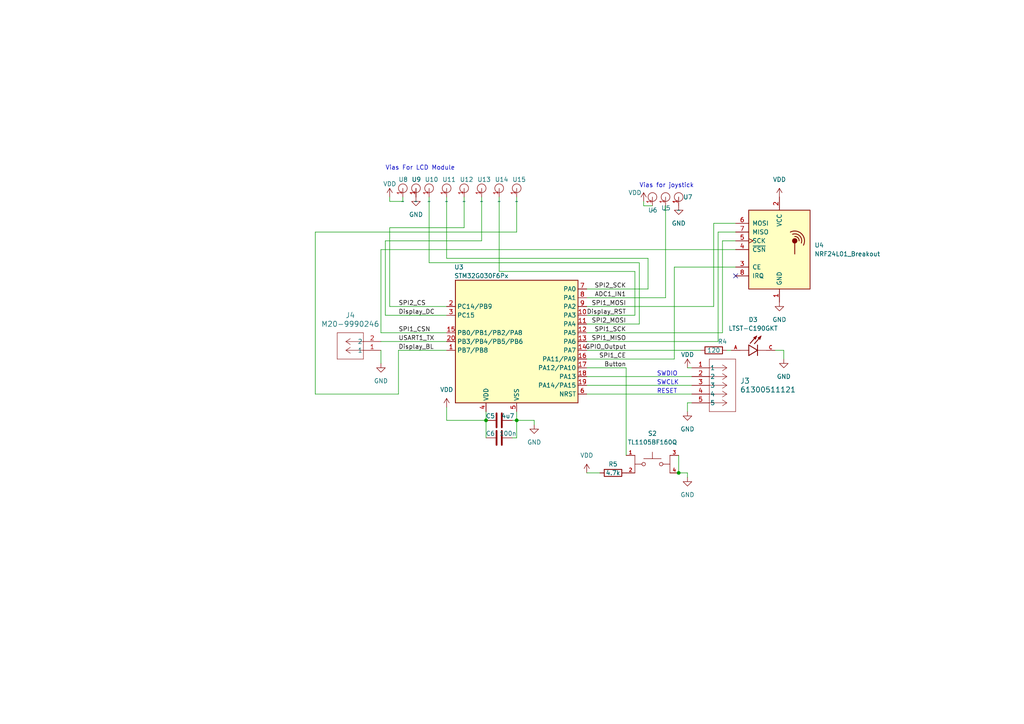
<source format=kicad_sch>
(kicad_sch (version 20230121) (generator eeschema)
  (paper "A4")
  (lib_symbols
    (symbol "61300511121:61300511121" (pin_names (offset 0.254))
      (property "Reference" "J" (at 8.89 6.35 0))
      (property "Value" "61300511121" (at 0 0 0))
      (symbol "61300511121_0_1"
        (polyline (pts (xy 5.08 -12.7) (xy 12.7 -12.7)) (stroke (width 0.127)))
        (polyline (pts (xy 5.08 2.54) (xy 5.08 -12.7)) (stroke (width 0.127)))
        (polyline (pts (xy 10.16 -10.16) (xy 5.08 -10.16)) (stroke (width 0.127)))
        (polyline (pts (xy 10.16 -10.16) (xy 8.89 -11.0067)) (stroke (width 0.127)))
        (polyline (pts (xy 10.16 -10.16) (xy 8.89 -9.3133)) (stroke (width 0.127)))
        (polyline (pts (xy 10.16 -7.62) (xy 5.08 -7.62)) (stroke (width 0.127)))
        (polyline (pts (xy 10.16 -7.62) (xy 8.89 -8.4667)) (stroke (width 0.127)))
        (polyline (pts (xy 10.16 -7.62) (xy 8.89 -6.7733)) (stroke (width 0.127)))
        (polyline (pts (xy 10.16 -5.08) (xy 5.08 -5.08)) (stroke (width 0.127)))
        (polyline (pts (xy 10.16 -5.08) (xy 8.89 -5.9267)) (stroke (width 0.127)))
        (polyline (pts (xy 10.16 -5.08) (xy 8.89 -4.2333)) (stroke (width 0.127)))
        (polyline (pts (xy 10.16 -2.54) (xy 5.08 -2.54)) (stroke (width 0.127)))
        (polyline (pts (xy 10.16 -2.54) (xy 8.89 -3.3867)) (stroke (width 0.127)))
        (polyline (pts (xy 10.16 -2.54) (xy 8.89 -1.6933)) (stroke (width 0.127)))
        (polyline (pts (xy 10.16 0) (xy 5.08 0)) (stroke (width 0.127)))
        (polyline (pts (xy 10.16 0) (xy 8.89 -0.8467)) (stroke (width 0.127)))
        (polyline (pts (xy 10.16 0) (xy 8.89 0.8467)) (stroke (width 0.127)))
        (polyline (pts (xy 12.7 -12.7) (xy 12.7 2.54)) (stroke (width 0.127)))
        (polyline (pts (xy 12.7 2.54) (xy 5.08 2.54)) (stroke (width 0.127)))
        (pin unspecified line (at 0 0 0) (length 5.08) (name "1") (number "1"))
        (pin unspecified line (at 0 -2.54 0) (length 5.08) (name "2") (number "2"))
        (pin unspecified line (at 0 -5.08 0) (length 5.08) (name "3") (number "3"))
        (pin unspecified line (at 0 -7.62 0) (length 5.08) (name "4") (number "4"))
        (pin unspecified line (at 0 -10.16 0) (length 5.08) (name "5") (number "5"))
      )
    )
    (symbol "Device:C" (pin_numbers hide) (pin_names (offset 0.254))
      (property "Reference" "C" (at 0.635 2.54 0))
      (property "Value" "C" (at 0.635 -2.54 0))
      (symbol "C_0_1"
        (polyline (pts (xy -2.032 -0.762) (xy 2.032 -0.762)) (stroke (width 0.508)))
        (polyline (pts (xy -2.032 0.762) (xy 2.032 0.762)) (stroke (width 0.508)))
      )
      (symbol "C_1_1"
        (pin passive line (at 0 3.81 270) (length 2.794) (name "~") (number "1"))
        (pin passive line (at 0 -3.81 90) (length 2.794) (name "~") (number "2"))
      )
    )
    (symbol "Device:R" (pin_numbers hide) (pin_names (offset 0))
      (property "Reference" "R" (at 2.032 0 90))
      (property "Value" "R" (at 0 0 90))
      (symbol "R_0_1"
        (rectangle (start -1.016 -2.54) (end 1.016 2.54) (stroke (width 0.254)))
      )
      (symbol "R_1_1"
        (pin passive line (at 0 3.81 270) (length 1.27) (name "~") (number "1"))
        (pin passive line (at 0 -3.81 90) (length 1.27) (name "~") (number "2"))
      )
    )
    (symbol "LTST-C190GKT:LTST-C190GKT" (pin_names (offset 1.016))
      (property "Reference" "D" (at -5.08 5.08 0))
      (property "Value" "LTST-C190GKT" (at -5.08 -5.08 0))
      (symbol "LTST-C190GKT_0_0"
        (polyline (pts (xy -2.54 -1.524) (xy 0 0)) (stroke (width 0.254)))
        (polyline (pts (xy -2.54 0) (xy -5.08 0)) (stroke (width 0.1524)))
        (polyline (pts (xy -2.54 0) (xy -2.54 -1.524)) (stroke (width 0.254)))
        (polyline (pts (xy -2.54 1.524) (xy -2.54 0)) (stroke (width 0.254)))
        (polyline (pts (xy -0.3556 4.0386) (xy -2.1336 2.0066)) (stroke (width 0.254)))
        (polyline (pts (xy 0 0) (xy -2.54 1.524)) (stroke (width 0.254)))
        (polyline (pts (xy 0 0) (xy 0 -1.524)) (stroke (width 0.254)))
        (polyline (pts (xy 0 1.524) (xy 0 0)) (stroke (width 0.254)))
        (polyline (pts (xy 0.889 3.937) (xy -0.889 1.905)) (stroke (width 0.254)))
        (polyline (pts (xy 2.54 0) (xy 0 0)) (stroke (width 0.1524)))
        (polyline (pts (xy -1.143 3.683) (xy -0.5715 3.175) (xy -0.1905 4.191) (xy -1.143 3.683)) (stroke (width 0.1524)) (fill (type outline)))
        (polyline (pts (xy 0.127 3.6195) (xy 0.6985 3.1115) (xy 1.0795 4.191) (xy 0.127 3.6195)) (stroke (width 0.1524)) (fill (type outline)))
        (pin passive line (at -7.62 0 0) (length 2.54) (name "~") (number "A"))
        (pin passive line (at 5.08 0 180) (length 2.54) (name "~") (number "C"))
      )
    )
    (symbol "M20-9990246:M20-9990246" (pin_names (offset 0.254))
      (property "Reference" "J" (at 8.89 6.35 0))
      (property "Value" "M20-9990246" (at 0 0 0))
      (symbol "M20-9990246_1_1"
        (polyline (pts (xy 5.08 -5.08) (xy 12.7 -5.08)) (stroke (width 0.127)))
        (polyline (pts (xy 5.08 2.54) (xy 5.08 -5.08)) (stroke (width 0.127)))
        (polyline (pts (xy 10.16 -2.54) (xy 5.08 -2.54)) (stroke (width 0.127)))
        (polyline (pts (xy 10.16 -2.54) (xy 8.89 -3.3867)) (stroke (width 0.127)))
        (polyline (pts (xy 10.16 -2.54) (xy 8.89 -1.6933)) (stroke (width 0.127)))
        (polyline (pts (xy 10.16 0) (xy 5.08 0)) (stroke (width 0.127)))
        (polyline (pts (xy 10.16 0) (xy 8.89 -0.8467)) (stroke (width 0.127)))
        (polyline (pts (xy 10.16 0) (xy 8.89 0.8467)) (stroke (width 0.127)))
        (polyline (pts (xy 12.7 -5.08) (xy 12.7 2.54)) (stroke (width 0.127)))
        (polyline (pts (xy 12.7 2.54) (xy 5.08 2.54)) (stroke (width 0.127)))
        (pin unspecified line (at 0 0 0) (length 5.08) (name "1") (number "1"))
        (pin unspecified line (at 0 -2.54 0) (length 5.08) (name "2") (number "2"))
      )
      (symbol "M20-9990246_1_2"
        (polyline (pts (xy 5.08 -5.08) (xy 12.7 -5.08)) (stroke (width 0.127)))
        (polyline (pts (xy 5.08 2.54) (xy 5.08 -5.08)) (stroke (width 0.127)))
        (polyline (pts (xy 7.62 -2.54) (xy 5.08 -2.54)) (stroke (width 0.127)))
        (polyline (pts (xy 7.62 -2.54) (xy 8.89 -3.3867)) (stroke (width 0.127)))
        (polyline (pts (xy 7.62 -2.54) (xy 8.89 -1.6933)) (stroke (width 0.127)))
        (polyline (pts (xy 7.62 0) (xy 5.08 0)) (stroke (width 0.127)))
        (polyline (pts (xy 7.62 0) (xy 8.89 -0.8467)) (stroke (width 0.127)))
        (polyline (pts (xy 7.62 0) (xy 8.89 0.8467)) (stroke (width 0.127)))
        (polyline (pts (xy 12.7 -5.08) (xy 12.7 2.54)) (stroke (width 0.127)))
        (polyline (pts (xy 12.7 2.54) (xy 5.08 2.54)) (stroke (width 0.127)))
        (pin unspecified line (at 0 0 0) (length 5.08) (name "1") (number "1"))
        (pin unspecified line (at 0 -2.54 0) (length 5.08) (name "2") (number "2"))
      )
    )
    (symbol "MCU_ST_STM32G0:STM32G030F6Px"
      (property "Reference" "U3" (at -18.1259 21.59 0))
      (property "Value" "STM32G030F6Px" (at -18.1259 19.05 0))
      (symbol "STM32G030F6Px_0_1"
        (rectangle (start -17.78 -17.78) (end 17.78 17.78) (stroke (width 0.254)) (fill (type background)))
      )
      (symbol "STM32G030F6Px_1_1"
        (pin bidirectional line (at -20.32 -2.54 0) (length 2.54) (name "PB7/PB8") (number "1"))
        (pin bidirectional line (at 20.32 7.62 180) (length 2.54) (name "PA3") (number "10"))
        (pin bidirectional line (at 20.32 5.08 180) (length 2.54) (name "PA4") (number "11"))
        (pin bidirectional line (at 20.32 2.54 180) (length 2.54) (name "PA5") (number "12"))
        (pin bidirectional line (at 20.32 0 180) (length 2.54) (name "PA6") (number "13"))
        (pin bidirectional line (at 20.32 -2.54 180) (length 2.54) (name "PA7") (number "14"))
        (pin bidirectional line (at -20.32 2.54 0) (length 2.54) (name "PB0/PB1/PB2/PA8") (number "15"))
        (pin bidirectional line (at 20.32 -5.08 180) (length 2.54) (name "PA11/PA9") (number "16"))
        (pin bidirectional line (at 20.32 -7.62 180) (length 2.54) (name "PA12/PA10") (number "17"))
        (pin bidirectional line (at 20.32 -10.16 180) (length 2.54) (name "PA13") (number "18"))
        (pin bidirectional line (at 20.32 -12.7 180) (length 2.54) (name "PA14/PA15") (number "19"))
        (pin bidirectional line (at -20.32 10.16 0) (length 2.54) (name "PC14/PB9") (number "2"))
        (pin bidirectional line (at -20.32 0 0) (length 2.54) (name "PB3/PB4/PB5/PB6") (number "20"))
        (pin bidirectional line (at -20.32 7.62 0) (length 2.54) (name "PC15") (number "3"))
        (pin power_in line (at -8.89 -20.32 90) (length 2.54) (name "VDD") (number "4"))
        (pin power_in line (at 0 -20.32 90) (length 2.54) (name "VSS") (number "5"))
        (pin input line (at 20.32 -15.24 180) (length 2.54) (name "NRST") (number "6"))
        (pin bidirectional line (at 20.32 15.24 180) (length 2.54) (name "PA0") (number "7"))
        (pin bidirectional line (at 20.32 12.7 180) (length 2.54) (name "PA1") (number "8"))
        (pin bidirectional line (at 20.32 10.16 180) (length 2.54) (name "PA2") (number "9"))
      )
    )
    (symbol "RF:NRF24L01_Breakout" (pin_names (offset 1.016))
      (property "Reference" "U" (at -8.89 12.7 0))
      (property "Value" "NRF24L01_Breakout" (at 3.81 12.7 0))
      (symbol "NRF24L01_Breakout_0_1"
        (rectangle (start -8.89 11.43) (end 8.89 -11.43) (stroke (width 0.254)) (fill (type background)))
        (polyline (pts (xy 4.445 1.905) (xy 4.445 -1.27)) (stroke (width 0.254)))
        (circle (center 4.445 2.54) (radius 0.635) (stroke (width 0.254)) (fill (type outline)))
        (arc (start 5.715 2.54) (mid 5.3521 3.4546) (end 4.445 3.81) (stroke (width 0.254)))
        (arc (start 6.35 1.905) (mid 5.8763 3.9854) (end 3.81 4.445) (stroke (width 0.254)))
        (arc (start 6.985 1.27) (mid 6.453 4.548) (end 3.175 5.08) (stroke (width 0.254)))
      )
      (symbol "NRF24L01_Breakout_1_1"
        (pin power_in line (at 0 -15.24 90) (length 3.81) (name "GND") (number "1"))
        (pin power_in line (at 0 15.24 270) (length 3.81) (name "VCC") (number "2"))
        (pin input line (at -12.7 -5.08 0) (length 3.81) (name "CE") (number "3"))
        (pin input line (at -12.7 0 0) (length 3.81) (name "~{CSN}") (number "4"))
        (pin input clock (at -12.7 2.54 0) (length 3.81) (name "SCK") (number "5"))
        (pin input line (at -12.7 7.62 0) (length 3.81) (name "MOSI") (number "6"))
        (pin output line (at -12.7 5.08 0) (length 3.81) (name "MISO") (number "7"))
        (pin output line (at -12.7 -7.62 0) (length 3.81) (name "IRQ") (number "8"))
      )
    )
    (symbol "TL1105BF160Q:TL1105BF160Q" (pin_names (offset 1.016))
      (property "Reference" "S" (at -5.08 5.08 0))
      (property "Value" "TL1105BF160Q" (at -5.08 -5.08 0))
      (symbol "TL1105BF160Q_0_0"
        (circle (center -2.54 0) (radius 0.508) (stroke (width 0.1524)))
        (polyline (pts (xy -5.08 0) (xy -3.048 0)) (stroke (width 0.1524)))
        (polyline (pts (xy -5.08 2.54) (xy -5.08 -2.54)) (stroke (width 0.1524)))
        (polyline (pts (xy -2.54 1.5875) (xy 0 1.5875)) (stroke (width 0.1524)))
        (polyline (pts (xy 0 1.5875) (xy 0 3.4925)) (stroke (width 0.1524)))
        (polyline (pts (xy 0 1.5875) (xy 2.54 1.5875)) (stroke (width 0.1524)))
        (polyline (pts (xy 5.08 0) (xy 3.048 0)) (stroke (width 0.1524)))
        (polyline (pts (xy 5.08 2.54) (xy 5.08 -2.54)) (stroke (width 0.1524)))
        (circle (center 2.54 0) (radius 0.508) (stroke (width 0.1524)))
        (pin passive line (at -7.62 2.54 0) (length 2.54) (name "~") (number "1"))
        (pin passive line (at -7.62 -2.54 0) (length 2.54) (name "~") (number "2"))
        (pin passive line (at 7.62 2.54 180) (length 2.54) (name "~") (number "3"))
        (pin passive line (at 7.62 -2.54 180) (length 2.54) (name "~") (number "4"))
      )
    )
    (symbol "Via:Small_Via"
      (property "Reference" "U" (at 0 0 0))
      (symbol "Small_Via_0_1"
        (circle (center 0 3.81) (radius 1.27))
      )
      (symbol "Small_Via_1_1"
        (pin bidirectional line (at 0 1.27 90) (length 2.54) (name "") (number "1"))
      )
    )
    (symbol "power:GND" (power) (pin_names (offset 0))
      (property "Value" "GND" (at 0 -3.81 0))
      (symbol "GND_0_1"
        (polyline (pts (xy 0 0) (xy 0 -1.27) (xy 1.27 -1.27) (xy 0 -2.54) (xy -1.27 -1.27) (xy 0 -1.27)))
      )
      (symbol "GND_1_1"
        (pin power_in line (at 0 0 270) (length 0) hide (name "GND") (number "1"))
      )
    )
    (symbol "power:VDD" (power) (pin_names (offset 0))
      (property "Value" "VDD" (at 0 3.81 0))
      (symbol "VDD_0_1"
        (polyline (pts (xy -0.762 1.27) (xy 0 2.54)))
        (polyline (pts (xy 0 0) (xy 0 2.54)))
        (polyline (pts (xy 0 2.54) (xy 0.762 1.27)))
      )
      (symbol "VDD_1_1"
        (pin power_in line (at 0 0 90) (length 0) hide (name "VDD") (number "1"))
      )
    )
  )
  (junction (at 149.86 121.92))
  (junction (at 196.85 137.16))
  (junction (at 140.97 121.92))
  (no_connect (at 213.36 80.01))
  (wire (pts (xy 170.18 104.14) (xy 195.58 104.14)))
  (wire (pts (xy 110.49 101.6) (xy 110.49 105.41)))
  (wire (pts (xy 196.85 132.08) (xy 196.85 137.16)))
  (wire (pts (xy 134.62 66.04) (xy 113.03 66.04)))
  (wire (pts (xy 207.01 64.77) (xy 207.01 88.9)))
  (wire (pts (xy 149.86 57.15) (xy 149.86 67.31)))
  (wire (pts (xy 186.69 59.69) (xy 189.23 59.69)))
  (wire (pts (xy 113.03 88.9) (xy 129.54 88.9)))
  (wire (pts (xy 209.55 69.85) (xy 209.55 96.52)))
  (wire (pts (xy 116.84 58.42) (xy 116.84 57.15)))
  (wire (pts (xy 170.18 96.52) (xy 209.55 96.52)))
  (wire (pts (xy 110.49 99.06) (xy 129.54 99.06)))
  (wire (pts (xy 213.36 77.47) (xy 195.58 77.47)))
  (wire (pts (xy 170.18 101.6) (xy 203.2 101.6)))
  (wire (pts (xy 154.94 123.19) (xy 154.94 121.92)))
  (wire (pts (xy 110.49 72.39) (xy 110.49 96.52)))
  (wire (pts (xy 170.18 106.68) (xy 181.61 106.68)))
  (wire (pts (xy 213.36 72.39) (xy 110.49 72.39)))
  (wire (pts (xy 140.97 121.92) (xy 140.97 127)))
  (wire (pts (xy 149.86 127) (xy 148.59 127)))
  (wire (pts (xy 195.58 77.47) (xy 195.58 104.14)))
  (wire (pts (xy 149.86 67.31) (xy 91.44 67.31)))
  (wire (pts (xy 170.18 93.98) (xy 185.42 93.98)))
  (wire (pts (xy 186.69 59.69) (xy 186.69 58.42)))
  (wire (pts (xy 91.44 67.31) (xy 91.44 114.3)))
  (wire (pts (xy 213.36 69.85) (xy 209.55 69.85)))
  (wire (pts (xy 111.76 91.44) (xy 129.54 91.44)))
  (wire (pts (xy 111.76 69.85) (xy 111.76 91.44)))
  (wire (pts (xy 170.18 88.9) (xy 207.01 88.9)))
  (wire (pts (xy 213.36 64.77) (xy 207.01 64.77)))
  (wire (pts (xy 129.54 74.93) (xy 187.96 74.93)))
  (wire (pts (xy 200.66 116.84) (xy 199.39 116.84)))
  (wire (pts (xy 154.94 121.92) (xy 149.86 121.92)))
  (wire (pts (xy 140.97 121.92) (xy 129.54 121.92)))
  (wire (pts (xy 185.42 76.2) (xy 185.42 93.98)))
  (wire (pts (xy 196.85 137.16) (xy 199.39 137.16)))
  (wire (pts (xy 210.82 101.6) (xy 212.09 101.6)))
  (wire (pts (xy 170.18 137.16) (xy 173.99 137.16)))
  (wire (pts (xy 170.18 99.06) (xy 208.28 99.06)))
  (wire (pts (xy 184.15 78.74) (xy 184.15 91.44)))
  (wire (pts (xy 91.44 114.3) (xy 115.57 114.3)))
  (wire (pts (xy 134.62 57.15) (xy 134.62 66.04)))
  (wire (pts (xy 140.97 119.38) (xy 140.97 121.92)))
  (wire (pts (xy 113.03 58.42) (xy 116.84 58.42)))
  (wire (pts (xy 224.79 101.6) (xy 227.33 101.6)))
  (wire (pts (xy 170.18 111.76) (xy 200.66 111.76)))
  (wire (pts (xy 144.78 78.74) (xy 184.15 78.74)))
  (wire (pts (xy 208.28 67.31) (xy 208.28 99.06)))
  (wire (pts (xy 181.61 106.68) (xy 181.61 132.08)))
  (wire (pts (xy 170.18 86.36) (xy 193.04 86.36)))
  (wire (pts (xy 124.46 76.2) (xy 185.42 76.2)))
  (wire (pts (xy 110.49 96.52) (xy 129.54 96.52)))
  (wire (pts (xy 170.18 114.3) (xy 200.66 114.3)))
  (wire (pts (xy 149.86 121.92) (xy 148.59 121.92)))
  (wire (pts (xy 139.7 69.85) (xy 111.76 69.85)))
  (wire (pts (xy 139.7 57.15) (xy 139.7 69.85)))
  (wire (pts (xy 170.18 83.82) (xy 187.96 83.82)))
  (wire (pts (xy 129.54 118.11) (xy 129.54 121.92)))
  (wire (pts (xy 149.86 121.92) (xy 149.86 127)))
  (wire (pts (xy 113.03 57.15) (xy 113.03 58.42)))
  (wire (pts (xy 149.86 119.38) (xy 149.86 121.92)))
  (wire (pts (xy 199.39 106.68) (xy 200.66 106.68)))
  (wire (pts (xy 170.18 109.22) (xy 200.66 109.22)))
  (wire (pts (xy 227.33 101.6) (xy 227.33 104.14)))
  (wire (pts (xy 115.57 101.6) (xy 129.54 101.6)))
  (wire (pts (xy 129.54 57.15) (xy 129.54 74.93)))
  (wire (pts (xy 113.03 66.04) (xy 113.03 88.9)))
  (wire (pts (xy 187.96 74.93) (xy 187.96 83.82)))
  (wire (pts (xy 115.57 114.3) (xy 115.57 101.6)))
  (wire (pts (xy 124.46 57.15) (xy 124.46 76.2)))
  (wire (pts (xy 170.18 91.44) (xy 184.15 91.44)))
  (wire (pts (xy 199.39 137.16) (xy 199.39 138.43)))
  (wire (pts (xy 199.39 116.84) (xy 199.39 119.38)))
  (wire (pts (xy 144.78 57.15) (xy 144.78 78.74)))
  (wire (pts (xy 193.04 59.69) (xy 193.04 86.36)))
  (wire (pts (xy 213.36 67.31) (xy 208.28 67.31)))
  (text "RESET" (at 190.5 114.3 0) (effects (font (size 1.27 1.27)) (justify left bottom)))
  (text "SWDIO" (at 190.5 109.22 0) (effects (font (size 1.27 1.27)) (justify left bottom)))
  (text "Vias for joystick" (at 185.42 54.61 0) (effects (font (size 1.27 1.27)) (justify left bottom)))
  (text "SWCLK" (at 190.5 111.76 0) (effects (font (size 1.27 1.27)) (justify left bottom)))
  (text "Vias For LCD Module" (at 111.76 49.53 0) (effects (font (size 1.27 1.27)) (justify left bottom)))
  (label "GPIO_Output" (at 181.61 101.6 180))
  (label "SPI1_CE" (at 181.61 104.14 180))
  (label "Display_BL" (at 115.57 101.6 0))
  (label "SPI1_SCK" (at 181.61 96.52 180))
  (label "SPI1_CSN" (at 115.57 96.52 0))
  (label "SPI2_MOSI" (at 181.61 93.98 180))
  (label "Display_DC" (at 115.57 91.44 0))
  (label "SPI2_CS" (at 115.57 88.9 0))
  (label "ADC1_IN1" (at 181.61 86.36 180))
  (label "Display_RST" (at 181.61 91.44 180))
  (label "SPI1_MOSI" (at 181.61 88.9 180))
  (label "SPI1_MISO" (at 181.61 99.06 180))
  (label "Button" (at 181.61 106.68 180))
  (label "USART1_TX" (at 115.57 99.06 0))
  (label "SPI2_SCK" (at 181.61 83.82 180))
  (symbol (lib_id "Via:Small_Via") (at 124.46 58.42 0) (unit 1)
    (property "Reference" "U10" (at 123.19 52.07 0) (effects (justify left)))
    (property "Value" "~" (at 124.46 58.42 0))
    (property "Footprint" "MCU_:Wire_Via" (effects hide))
  )
  (symbol (lib_id "power:GND") (at 120.65 57.15 0) (unit 1)
    (property "Reference" "#PWR023" (effects hide))
    (property "Value" "GND" (at 120.65 62.23 0))
  )
  (symbol (lib_id "power:GND") (at 196.85 59.69 0) (unit 1)
    (property "Reference" "#PWR017" (effects hide))
    (property "Value" "GND" (at 196.85 64.77 0))
  )
  (symbol (lib_id "power:VDD") (at 113.03 57.15 0) (unit 1)
    (property "Reference" "#PWR022" (effects hide))
    (property "Value" "VDD" (at 113.03 53.34 0))
  )
  (symbol (lib_id "power:GND") (at 227.33 104.14 0) (unit 1)
    (property "Reference" "#PWR014" (effects hide))
    (property "Value" "GND" (at 227.33 109.22 0))
  )
  (symbol (lib_id "power:GND") (at 199.39 138.43 0) (unit 1)
    (property "Reference" "#PWR020" (effects hide))
    (property "Value" "GND" (at 199.39 143.51 0))
  )
  (symbol (lib_id "power:GND") (at 110.49 105.41 0) (unit 1)
    (property "Reference" "#PWR021" (effects hide))
    (property "Value" "GND" (at 110.49 110.49 0))
  )
  (symbol (lib_id "power:VDD") (at 186.69 58.42 0) (unit 1)
    (property "Reference" "#PWR018" (effects hide))
    (property "Value" "VDD" (at 184.15 55.88 0))
  )
  (symbol (lib_id "M20-9990246:M20-9990246") (at 110.49 101.6 180) (unit 1)
    (property "Reference" "J4" (at 101.6 91.44 0) (effects (font (size 1.524 1.524))))
    (property "Value" "M20-9990246" (at 101.6 93.98 0) (effects (font (size 1.524 1.524))))
    (property "Footprint" "MCU_:CONN2_M20-999_1x2_HRW" (effects hide))
    (property "Datasheet" "M20-9990246" (effects hide))
  )
  (symbol (lib_id "Device:C") (at 144.78 121.92 90) (unit 1)
    (property "Reference" "C5" (at 142.24 120.65 90))
    (property "Value" "4u7" (at 147.32 120.65 90))
    (property "Footprint" "Power_:CAPC1608X90N" (effects hide))
  )
  (symbol (lib_id "power:GND") (at 154.94 123.19 0) (unit 1)
    (property "Reference" "#PWR011" (effects hide))
    (property "Value" "GND" (at 154.94 128.27 0))
  )
  (symbol (lib_id "Via:Small_Via") (at 189.23 60.96 0) (unit 1)
    (property "Reference" "U6" (at 187.96 60.96 0) (effects (justify left)))
    (property "Value" "~" (at 189.23 60.96 0))
    (property "Footprint" "MCU_:Wire_Via" (effects hide))
  )
  (symbol (lib_id "LTST-C190GKT:LTST-C190GKT") (at 219.71 101.6 0) (unit 1)
    (property "Reference" "D3" (at 218.44 92.71 0))
    (property "Value" "LTST-C190GKT" (at 218.44 95.25 0))
    (property "Footprint" "MCU_:LEDC1608X35N" (effects hide))
    (property "MF" "Lite-On Inc." (effects hide))
    (property "DESCRIPTION" "Green 571nm LED Indication - Discrete 2V 0603 (1608 Metric)" (effects hide))
    (property "PACKAGE" "0603 Lite-On" (effects hide))
    (property "PRICE" "None" (effects hide))
    (property "MP" "LTST-C190GKT" (effects hide))
    (property "AVAILABILITY" "In Stock" (effects hide))
    (property "PURCHASE-URL" "https://pricing.snapeda.com/search/part/LTST-C190GKT/?ref=eda" (effects hide))
  )
  (symbol (lib_id "Via:Small_Via") (at 134.62 58.42 0) (unit 1)
    (property "Reference" "U12" (at 133.35 52.07 0) (effects (justify left)))
    (property "Value" "~" (at 134.62 58.42 0))
    (property "Footprint" "MCU_:Wire_Via" (effects hide))
  )
  (symbol (lib_id "61300511121:61300511121") (at 200.66 106.68 0) (unit 1)
    (property "Reference" "J3" (at 214.63 110.49 0) (effects (font (size 1.524 1.524)) (justify left)))
    (property "Value" "61300511121" (at 214.63 113.03 0) (effects (font (size 1.524 1.524)) (justify left)))
    (property "Footprint" "MCU_:CONN5_0511121_WRE" (effects hide))
    (property "Datasheet" "61300511121" (effects hide))
  )
  (symbol (lib_id "Via:Small_Via") (at 144.78 58.42 0) (unit 1)
    (property "Reference" "U14" (at 143.51 52.07 0) (effects (justify left)))
    (property "Value" "~" (at 144.78 58.42 0))
    (property "Footprint" "MCU_:Wire_Via" (effects hide))
  )
  (symbol (lib_id "power:VDD") (at 129.54 118.11 0) (unit 1)
    (property "Reference" "#PWR010" (effects hide))
    (property "Value" "VDD" (at 129.54 113.03 0))
  )
  (symbol (lib_id "Via:Small_Via") (at 129.54 58.42 0) (unit 1)
    (property "Reference" "U11" (at 128.27 52.07 0) (effects (justify left)))
    (property "Value" "~" (at 129.54 58.42 0))
    (property "Footprint" "MCU_:Wire_Via" (effects hide))
  )
  (symbol (lib_id "Device:R") (at 177.8 137.16 270) (unit 1)
    (property "Reference" "R5" (at 177.8 134.62 90))
    (property "Value" "4.7k" (at 177.8 137.16 90))
    (property "Footprint" "Power_:RESC1005X40N" (effects hide))
    (property "Datasheet" "RC0402FR-074K7L" (effects hide))
  )
  (symbol (lib_id "power:VDD") (at 199.39 106.68 0) (unit 1)
    (property "Reference" "#PWR012" (effects hide))
    (property "Value" "VDD" (at 199.39 102.87 0))
  )
  (symbol (lib_id "Via:Small_Via") (at 196.85 60.96 0) (unit 1)
    (property "Reference" "U7" (at 198.12 57.15 0) (effects (justify left)))
    (property "Value" "~" (at 196.85 60.96 0))
    (property "Footprint" "MCU_:Wire_Via" (effects hide))
  )
  (symbol (lib_id "Via:Small_Via") (at 149.86 58.42 0) (unit 1)
    (property "Reference" "U15" (at 148.59 52.07 0) (effects (justify left)))
    (property "Value" "~" (at 149.86 58.42 0))
    (property "Footprint" "MCU_:Wire_Via" (effects hide))
  )
  (symbol (lib_id "Device:C") (at 144.78 127 90) (unit 1)
    (property "Reference" "C6" (at 142.24 125.73 90))
    (property "Value" "100n" (at 147.32 125.73 90))
    (property "Footprint" "MCU_:CAPC1005X55N" (effects hide))
    (property "Datasheet" "CL05A104KA5NNNC" (effects hide))
  )
  (symbol (lib_id "power:VDD") (at 170.18 137.16 0) (unit 1)
    (property "Reference" "#PWR019" (effects hide))
    (property "Value" "VDD" (at 170.18 132.08 0))
  )
  (symbol (lib_id "Via:Small_Via") (at 116.84 58.42 0) (unit 1)
    (property "Reference" "U8" (at 115.57 52.07 0) (effects (justify left)))
    (property "Value" "~" (at 116.84 58.42 0))
    (property "Footprint" "MCU_:Wire_Via" (effects hide))
  )
  (symbol (lib_id "power:VDD") (at 226.06 57.15 0) (unit 1)
    (property "Reference" "#PWR015" (effects hide))
    (property "Value" "VDD" (at 226.06 52.07 0))
  )
  (symbol (lib_id "MCU_ST_STM32G0:STM32G030F6Px") (at 149.86 99.06 0) (unit 1)
    (property "Reference" "U3" (at 131.7341 77.47 0) (effects (justify left)))
    (property "Value" "STM32G030F6Px" (at 131.7341 80.01 0) (effects (justify left)))
    (property "Footprint" "Package_SO:TSSOP-20_4.4x6.5mm_P0.65mm" (effects hide))
    (property "Datasheet" "https://www.st.com/resource/en/datasheet/stm32g030f6.pdf" (effects hide))
    (property "Field4" "STM32G030F6P6" (effects hide))
  )
  (symbol (lib_id "Via:Small_Via") (at 193.04 60.96 0) (unit 1)
    (property "Reference" "U5" (at 191.77 60.325 0) (effects (justify left)))
    (property "Value" "~" (at 193.04 60.96 0))
    (property "Footprint" "MCU_:Wire_Via" (effects hide))
  )
  (symbol (lib_id "Device:R") (at 207.01 101.6 90) (unit 1)
    (property "Reference" "R4" (at 209.55 99.06 90))
    (property "Value" "120" (at 207.01 101.6 90))
    (property "Footprint" "MCU_:RESC2012X65N" (effects hide))
    (property "Datasheet" "ESR10EZPF1200" (effects hide))
  )
  (symbol (lib_id "power:GND") (at 226.06 87.63 0) (unit 1)
    (property "Reference" "#PWR016" (effects hide))
    (property "Value" "GND" (at 226.06 92.71 0))
  )
  (symbol (lib_id "TL1105BF160Q:TL1105BF160Q") (at 189.23 134.62 0) (unit 1)
    (property "Reference" "S2" (at 189.23 125.73 0))
    (property "Value" "TL1105BF160Q" (at 189.23 128.27 0))
    (property "Footprint" "MCU_:SW_TL1105BF160Q" (effects hide))
    (property "PARTREV" "A" (effects hide))
    (property "STANDARD" "Manufacturer Recommendations" (effects hide))
    (property "SNAPEDA_PN" "TL1105DF160Q" (effects hide))
    (property "MAXIMUM_PACKAGE_HEIGHT" "13 mm" (effects hide))
    (property "MANUFACTURER" "E-Switch" (effects hide))
  )
  (symbol (lib_id "RF:NRF24L01_Breakout") (at 226.06 72.39 0) (unit 1)
    (property "Reference" "U4" (at 236.22 71.12 0) (effects (justify left)))
    (property "Value" "NRF24L01_Breakout" (at 236.22 73.66 0) (effects (justify left)))
    (property "Footprint" "RF_Module:nRF24L01_Breakout" (effects hide))
    (property "Datasheet" "http://www.nordicsemi.com/eng/content/download/2730/34105/file/nRF24L01_Product_Specification_v2_0.pdf" (effects hide))
  )
  (symbol (lib_id "Via:Small_Via") (at 139.7 58.42 0) (unit 1)
    (property "Reference" "U13" (at 138.43 52.07 0) (effects (justify left)))
    (property "Value" "~" (at 139.7 58.42 0))
    (property "Footprint" "MCU_:Wire_Via" (effects hide))
  )
  (symbol (lib_id "Via:Small_Via") (at 120.65 58.42 0) (unit 1)
    (property "Reference" "U9" (at 119.38 52.07 0) (effects (justify left)))
    (property "Value" "~" (at 120.65 58.42 0))
    (property "Footprint" "MCU_:Wire_Via" (effects hide))
  )
  (symbol (lib_id "power:GND") (at 199.39 119.38 0) (unit 1)
    (property "Reference" "#PWR013" (effects hide))
    (property "Value" "GND" (at 199.39 124.46 0))
  )
)
</source>
